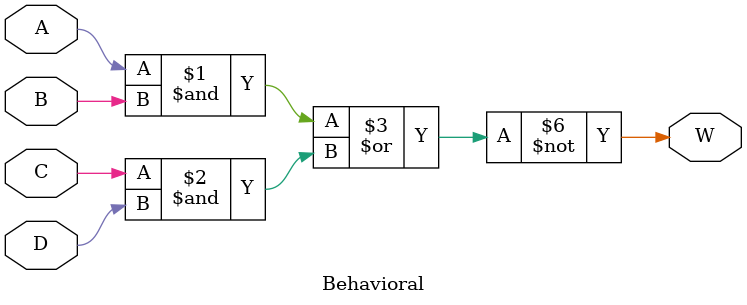
<source format=v>
module Behavioral(
	input A,
	input B,
	input C,
	input D,
	output W
);

	assign W = ~~~((A & B) | (C & D));

endmodule

</source>
